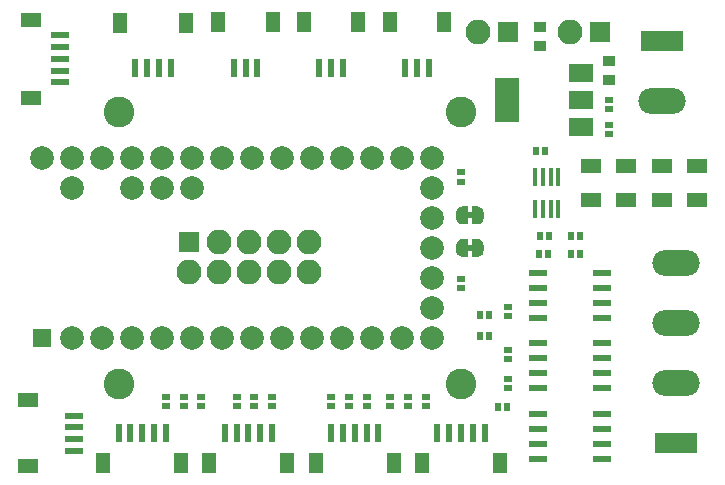
<source format=gts>
G04 #@! TF.GenerationSoftware,KiCad,Pcbnew,5.0.0-rc2-unknown-2cb65f9~65~ubuntu17.10.1*
G04 #@! TF.CreationDate,2018-06-03T21:59:00-07:00*
G04 #@! TF.ProjectId,led_controller,6C65645F636F6E74726F6C6C65722E6B,rev?*
G04 #@! TF.SameCoordinates,Original*
G04 #@! TF.FileFunction,Soldermask,Top*
G04 #@! TF.FilePolarity,Negative*
%FSLAX46Y46*%
G04 Gerber Fmt 4.6, Leading zero omitted, Abs format (unit mm)*
G04 Created by KiCad (PCBNEW 5.0.0-rc2-unknown-2cb65f9~65~ubuntu17.10.1) date Sun Jun  3 21:59:00 2018*
%MOMM*%
%LPD*%
G01*
G04 APERTURE LIST*
%ADD10R,0.575000X0.650000*%
%ADD11R,1.000000X0.820000*%
%ADD12R,0.650000X0.575000*%
%ADD13R,1.200000X1.800000*%
%ADD14R,0.600000X1.550000*%
%ADD15C,2.600000*%
%ADD16R,1.800000X1.220000*%
%ADD17R,1.550000X0.600000*%
%ADD18R,1.800000X1.200000*%
%ADD19R,3.600000X1.800000*%
%ADD20O,4.000000X2.200000*%
%ADD21R,1.700000X1.700000*%
%ADD22O,2.100000X2.100000*%
%ADD23R,0.500000X1.500000*%
%ADD24C,0.100000*%
%ADD25C,1.000000*%
%ADD26R,0.500000X0.600000*%
%ADD27R,2.000000X3.800000*%
%ADD28R,2.000000X1.500000*%
%ADD29C,2.000000*%
%ADD30R,1.600000X1.600000*%
%ADD31R,0.400000X1.560000*%
G04 APERTURE END LIST*
D10*
G04 #@! TO.C,C3*
X144325000Y-112300000D03*
X145100000Y-112300000D03*
G04 #@! TD*
D11*
G04 #@! TO.C,C2*
X144700000Y-101800000D03*
X144700000Y-103400000D03*
G04 #@! TD*
D12*
G04 #@! TO.C,R11*
X138000000Y-123112500D03*
X138000000Y-123887500D03*
G04 #@! TD*
G04 #@! TO.C,R10*
X138000000Y-114112500D03*
X138000000Y-114887500D03*
G04 #@! TD*
D13*
G04 #@! TO.C,J3*
X124700000Y-101375000D03*
X129300000Y-101375000D03*
D14*
X126000000Y-105250000D03*
X127000000Y-105250000D03*
X128000000Y-105250000D03*
G04 #@! TD*
G04 #@! TO.C,J2*
X135250000Y-105250000D03*
X134250000Y-105250000D03*
X133250000Y-105250000D03*
D13*
X136550000Y-101375000D03*
X131950000Y-101375000D03*
G04 #@! TD*
D14*
G04 #@! TO.C,J4*
X120750000Y-105250000D03*
X119750000Y-105250000D03*
X118750000Y-105250000D03*
D13*
X122050000Y-101375000D03*
X117450000Y-101375000D03*
G04 #@! TD*
G04 #@! TO.C,SW4*
X134700000Y-138700000D03*
X141300000Y-138700000D03*
D14*
X136000000Y-136175000D03*
X137000000Y-136175000D03*
X138000000Y-136175000D03*
X139000000Y-136175000D03*
X140000000Y-136175000D03*
G04 #@! TD*
G04 #@! TO.C,SW3*
X131000000Y-136175000D03*
X130000000Y-136175000D03*
X129000000Y-136175000D03*
X128000000Y-136175000D03*
X127000000Y-136175000D03*
D13*
X132300000Y-138700000D03*
X125700000Y-138700000D03*
G04 #@! TD*
G04 #@! TO.C,SW2*
X116700000Y-138700000D03*
X123300000Y-138700000D03*
D14*
X118000000Y-136175000D03*
X119000000Y-136175000D03*
X120000000Y-136175000D03*
X121000000Y-136175000D03*
X122000000Y-136175000D03*
G04 #@! TD*
G04 #@! TO.C,SW1*
X113000000Y-136175000D03*
X112000000Y-136175000D03*
X111000000Y-136175000D03*
X110000000Y-136175000D03*
X109000000Y-136175000D03*
D13*
X114300000Y-138700000D03*
X107700000Y-138700000D03*
G04 #@! TD*
D15*
G04 #@! TO.C,MK3*
X109000000Y-109000000D03*
G04 #@! TD*
G04 #@! TO.C,MK4*
X109000000Y-132000000D03*
G04 #@! TD*
G04 #@! TO.C,MK1*
X138000000Y-132000000D03*
G04 #@! TD*
G04 #@! TO.C,MK2*
X138000000Y-109000000D03*
G04 #@! TD*
D10*
G04 #@! TO.C,R20*
X148087500Y-119500000D03*
X147312500Y-119500000D03*
G04 #@! TD*
G04 #@! TO.C,R19*
X147325000Y-121000000D03*
X148100000Y-121000000D03*
G04 #@! TD*
D12*
G04 #@! TO.C,R18*
X142000000Y-131612500D03*
X142000000Y-132387500D03*
G04 #@! TD*
G04 #@! TO.C,R17*
X142000000Y-129887500D03*
X142000000Y-129112500D03*
G04 #@! TD*
D10*
G04 #@! TO.C,R16*
X141887500Y-134000000D03*
X141112500Y-134000000D03*
G04 #@! TD*
D12*
G04 #@! TO.C,R15*
X142000000Y-126275000D03*
X142000000Y-125500000D03*
G04 #@! TD*
D10*
G04 #@! TO.C,R14*
X140387500Y-128000000D03*
X139612500Y-128000000D03*
G04 #@! TD*
G04 #@! TO.C,R13*
X139612500Y-126190000D03*
X140387500Y-126190000D03*
G04 #@! TD*
D12*
G04 #@! TO.C,R9*
X132000000Y-133112500D03*
X132000000Y-133887500D03*
G04 #@! TD*
G04 #@! TO.C,R8*
X133500000Y-133112500D03*
X133500000Y-133887500D03*
G04 #@! TD*
D10*
G04 #@! TO.C,R21*
X144612500Y-121000000D03*
X145387500Y-121000000D03*
G04 #@! TD*
D12*
G04 #@! TO.C,R7*
X135000000Y-133887500D03*
X135000000Y-133112500D03*
G04 #@! TD*
G04 #@! TO.C,R1*
X116000000Y-133112500D03*
X116000000Y-133887500D03*
G04 #@! TD*
G04 #@! TO.C,R2*
X114500000Y-133887500D03*
X114500000Y-133112500D03*
G04 #@! TD*
G04 #@! TO.C,R3*
X122000000Y-133112500D03*
X122000000Y-133887500D03*
G04 #@! TD*
G04 #@! TO.C,R4*
X120500000Y-133887500D03*
X120500000Y-133112500D03*
G04 #@! TD*
G04 #@! TO.C,R5*
X130000000Y-133112500D03*
X130000000Y-133887500D03*
G04 #@! TD*
G04 #@! TO.C,R6*
X128500000Y-133887500D03*
X128500000Y-133112500D03*
G04 #@! TD*
G04 #@! TO.C,R27*
X127000000Y-133112500D03*
X127000000Y-133887500D03*
G04 #@! TD*
G04 #@! TO.C,R26*
X119000000Y-133887500D03*
X119000000Y-133112500D03*
G04 #@! TD*
G04 #@! TO.C,R25*
X113000000Y-133112500D03*
X113000000Y-133887500D03*
G04 #@! TD*
G04 #@! TO.C,R24*
X150500000Y-110112500D03*
X150500000Y-110887500D03*
G04 #@! TD*
G04 #@! TO.C,R23*
X150500000Y-108775000D03*
X150500000Y-108000000D03*
G04 #@! TD*
D10*
G04 #@! TO.C,R22*
X145417500Y-119500000D03*
X144642500Y-119500000D03*
G04 #@! TD*
D16*
G04 #@! TO.C,R30*
X158000000Y-116430000D03*
X158000000Y-113570000D03*
G04 #@! TD*
G04 #@! TO.C,R12*
X149000000Y-113570000D03*
X149000000Y-116430000D03*
G04 #@! TD*
G04 #@! TO.C,R28*
X155000000Y-116430000D03*
X155000000Y-113570000D03*
G04 #@! TD*
G04 #@! TO.C,R29*
X152000000Y-113570000D03*
X152000000Y-116430000D03*
G04 #@! TD*
D11*
G04 #@! TO.C,C1*
X150500000Y-104700000D03*
X150500000Y-106300000D03*
G04 #@! TD*
D17*
G04 #@! TO.C,J7*
X104075000Y-106500000D03*
X104075000Y-105500000D03*
X104075000Y-104500000D03*
X104075000Y-103500000D03*
X104075000Y-102500000D03*
D18*
X101550000Y-107800000D03*
X101550000Y-101200000D03*
G04 #@! TD*
G04 #@! TO.C,J9*
X101325000Y-139000000D03*
X101325000Y-133400000D03*
D17*
X105200000Y-137700000D03*
X105200000Y-136700000D03*
X105200000Y-135700000D03*
X105200000Y-134700000D03*
G04 #@! TD*
D14*
G04 #@! TO.C,J5*
X113400000Y-105300000D03*
X112400000Y-105300000D03*
X111400000Y-105300000D03*
X110400000Y-105300000D03*
D13*
X114700000Y-101425000D03*
X109100000Y-101425000D03*
G04 #@! TD*
D19*
G04 #@! TO.C,J1*
X155000000Y-103000000D03*
D20*
X155000000Y-108080000D03*
G04 #@! TD*
D19*
G04 #@! TO.C,J10*
X156210000Y-137000000D03*
D20*
X156210000Y-131920000D03*
X156210000Y-126840000D03*
X156210000Y-121760000D03*
G04 #@! TD*
D21*
G04 #@! TO.C,J6*
X115000000Y-120000000D03*
D22*
X115000000Y-122540000D03*
X117540000Y-120000000D03*
X117540000Y-122540000D03*
X120080000Y-120000000D03*
X120080000Y-122540000D03*
X122620000Y-120000000D03*
X122620000Y-122540000D03*
X125160000Y-120000000D03*
X125160000Y-122540000D03*
G04 #@! TD*
D21*
G04 #@! TO.C,SW5*
X149800000Y-102200000D03*
D22*
X147260000Y-102200000D03*
G04 #@! TD*
D23*
G04 #@! TO.C,JP2*
X138350000Y-117750000D03*
X139150000Y-117750000D03*
D24*
G36*
X139449010Y-117002408D02*
X139497546Y-117009607D01*
X139545143Y-117021530D01*
X139591343Y-117038060D01*
X139635699Y-117059039D01*
X139677786Y-117084265D01*
X139717198Y-117113495D01*
X139753554Y-117146447D01*
X139786506Y-117182803D01*
X139815736Y-117222215D01*
X139840962Y-117264302D01*
X139861941Y-117308658D01*
X139878471Y-117354858D01*
X139890394Y-117402455D01*
X139897593Y-117450991D01*
X139900001Y-117500000D01*
X139900001Y-118000000D01*
X139897593Y-118049009D01*
X139890394Y-118097545D01*
X139878471Y-118145142D01*
X139861941Y-118191342D01*
X139840962Y-118235698D01*
X139815736Y-118277785D01*
X139786506Y-118317197D01*
X139753554Y-118353553D01*
X139717198Y-118386505D01*
X139677786Y-118415735D01*
X139635699Y-118440961D01*
X139591343Y-118461940D01*
X139545143Y-118478470D01*
X139497546Y-118490393D01*
X139449010Y-118497592D01*
X139400001Y-118500000D01*
X139399999Y-118500000D01*
X139350990Y-118497592D01*
X139302454Y-118490393D01*
X139254857Y-118478470D01*
X139208657Y-118461940D01*
X139164301Y-118440961D01*
X139122214Y-118415735D01*
X139082802Y-118386505D01*
X139046446Y-118353553D01*
X139013494Y-118317197D01*
X138984264Y-118277785D01*
X138959038Y-118235698D01*
X138938059Y-118191342D01*
X138921529Y-118145142D01*
X138909606Y-118097545D01*
X138902407Y-118049009D01*
X138899999Y-118000000D01*
X138899999Y-117500000D01*
X138902407Y-117450991D01*
X138909606Y-117402455D01*
X138921529Y-117354858D01*
X138938059Y-117308658D01*
X138959038Y-117264302D01*
X138984264Y-117222215D01*
X139013494Y-117182803D01*
X139046446Y-117146447D01*
X139082802Y-117113495D01*
X139122214Y-117084265D01*
X139164301Y-117059039D01*
X139208657Y-117038060D01*
X139254857Y-117021530D01*
X139302454Y-117009607D01*
X139350990Y-117002408D01*
X139399999Y-117000000D01*
X139400001Y-117000000D01*
X139449010Y-117002408D01*
X139449010Y-117002408D01*
G37*
D25*
X139400000Y-117750000D03*
D24*
G36*
X138149010Y-117002408D02*
X138197546Y-117009607D01*
X138245143Y-117021530D01*
X138291343Y-117038060D01*
X138335699Y-117059039D01*
X138377786Y-117084265D01*
X138417198Y-117113495D01*
X138453554Y-117146447D01*
X138486506Y-117182803D01*
X138515736Y-117222215D01*
X138540962Y-117264302D01*
X138561941Y-117308658D01*
X138578471Y-117354858D01*
X138590394Y-117402455D01*
X138597593Y-117450991D01*
X138600001Y-117500000D01*
X138600001Y-118000000D01*
X138597593Y-118049009D01*
X138590394Y-118097545D01*
X138578471Y-118145142D01*
X138561941Y-118191342D01*
X138540962Y-118235698D01*
X138515736Y-118277785D01*
X138486506Y-118317197D01*
X138453554Y-118353553D01*
X138417198Y-118386505D01*
X138377786Y-118415735D01*
X138335699Y-118440961D01*
X138291343Y-118461940D01*
X138245143Y-118478470D01*
X138197546Y-118490393D01*
X138149010Y-118497592D01*
X138100001Y-118500000D01*
X138099999Y-118500000D01*
X138050990Y-118497592D01*
X138002454Y-118490393D01*
X137954857Y-118478470D01*
X137908657Y-118461940D01*
X137864301Y-118440961D01*
X137822214Y-118415735D01*
X137782802Y-118386505D01*
X137746446Y-118353553D01*
X137713494Y-118317197D01*
X137684264Y-118277785D01*
X137659038Y-118235698D01*
X137638059Y-118191342D01*
X137621529Y-118145142D01*
X137609606Y-118097545D01*
X137602407Y-118049009D01*
X137599999Y-118000000D01*
X137599999Y-117500000D01*
X137602407Y-117450991D01*
X137609606Y-117402455D01*
X137621529Y-117354858D01*
X137638059Y-117308658D01*
X137659038Y-117264302D01*
X137684264Y-117222215D01*
X137713494Y-117182803D01*
X137746446Y-117146447D01*
X137782802Y-117113495D01*
X137822214Y-117084265D01*
X137864301Y-117059039D01*
X137908657Y-117038060D01*
X137954857Y-117021530D01*
X138002454Y-117009607D01*
X138050990Y-117002408D01*
X138099999Y-117000000D01*
X138100001Y-117000000D01*
X138149010Y-117002408D01*
X138149010Y-117002408D01*
G37*
D25*
X138100000Y-117750000D03*
D26*
X138750000Y-117750000D03*
G04 #@! TD*
G04 #@! TO.C,JP1*
X138750000Y-120500000D03*
D24*
G36*
X138149010Y-119752408D02*
X138197546Y-119759607D01*
X138245143Y-119771530D01*
X138291343Y-119788060D01*
X138335699Y-119809039D01*
X138377786Y-119834265D01*
X138417198Y-119863495D01*
X138453554Y-119896447D01*
X138486506Y-119932803D01*
X138515736Y-119972215D01*
X138540962Y-120014302D01*
X138561941Y-120058658D01*
X138578471Y-120104858D01*
X138590394Y-120152455D01*
X138597593Y-120200991D01*
X138600001Y-120250000D01*
X138600001Y-120750000D01*
X138597593Y-120799009D01*
X138590394Y-120847545D01*
X138578471Y-120895142D01*
X138561941Y-120941342D01*
X138540962Y-120985698D01*
X138515736Y-121027785D01*
X138486506Y-121067197D01*
X138453554Y-121103553D01*
X138417198Y-121136505D01*
X138377786Y-121165735D01*
X138335699Y-121190961D01*
X138291343Y-121211940D01*
X138245143Y-121228470D01*
X138197546Y-121240393D01*
X138149010Y-121247592D01*
X138100001Y-121250000D01*
X138099999Y-121250000D01*
X138050990Y-121247592D01*
X138002454Y-121240393D01*
X137954857Y-121228470D01*
X137908657Y-121211940D01*
X137864301Y-121190961D01*
X137822214Y-121165735D01*
X137782802Y-121136505D01*
X137746446Y-121103553D01*
X137713494Y-121067197D01*
X137684264Y-121027785D01*
X137659038Y-120985698D01*
X137638059Y-120941342D01*
X137621529Y-120895142D01*
X137609606Y-120847545D01*
X137602407Y-120799009D01*
X137599999Y-120750000D01*
X137599999Y-120250000D01*
X137602407Y-120200991D01*
X137609606Y-120152455D01*
X137621529Y-120104858D01*
X137638059Y-120058658D01*
X137659038Y-120014302D01*
X137684264Y-119972215D01*
X137713494Y-119932803D01*
X137746446Y-119896447D01*
X137782802Y-119863495D01*
X137822214Y-119834265D01*
X137864301Y-119809039D01*
X137908657Y-119788060D01*
X137954857Y-119771530D01*
X138002454Y-119759607D01*
X138050990Y-119752408D01*
X138099999Y-119750000D01*
X138100001Y-119750000D01*
X138149010Y-119752408D01*
X138149010Y-119752408D01*
G37*
D25*
X138100000Y-120500000D03*
D24*
G36*
X139449010Y-119752408D02*
X139497546Y-119759607D01*
X139545143Y-119771530D01*
X139591343Y-119788060D01*
X139635699Y-119809039D01*
X139677786Y-119834265D01*
X139717198Y-119863495D01*
X139753554Y-119896447D01*
X139786506Y-119932803D01*
X139815736Y-119972215D01*
X139840962Y-120014302D01*
X139861941Y-120058658D01*
X139878471Y-120104858D01*
X139890394Y-120152455D01*
X139897593Y-120200991D01*
X139900001Y-120250000D01*
X139900001Y-120750000D01*
X139897593Y-120799009D01*
X139890394Y-120847545D01*
X139878471Y-120895142D01*
X139861941Y-120941342D01*
X139840962Y-120985698D01*
X139815736Y-121027785D01*
X139786506Y-121067197D01*
X139753554Y-121103553D01*
X139717198Y-121136505D01*
X139677786Y-121165735D01*
X139635699Y-121190961D01*
X139591343Y-121211940D01*
X139545143Y-121228470D01*
X139497546Y-121240393D01*
X139449010Y-121247592D01*
X139400001Y-121250000D01*
X139399999Y-121250000D01*
X139350990Y-121247592D01*
X139302454Y-121240393D01*
X139254857Y-121228470D01*
X139208657Y-121211940D01*
X139164301Y-121190961D01*
X139122214Y-121165735D01*
X139082802Y-121136505D01*
X139046446Y-121103553D01*
X139013494Y-121067197D01*
X138984264Y-121027785D01*
X138959038Y-120985698D01*
X138938059Y-120941342D01*
X138921529Y-120895142D01*
X138909606Y-120847545D01*
X138902407Y-120799009D01*
X138899999Y-120750000D01*
X138899999Y-120250000D01*
X138902407Y-120200991D01*
X138909606Y-120152455D01*
X138921529Y-120104858D01*
X138938059Y-120058658D01*
X138959038Y-120014302D01*
X138984264Y-119972215D01*
X139013494Y-119932803D01*
X139046446Y-119896447D01*
X139082802Y-119863495D01*
X139122214Y-119834265D01*
X139164301Y-119809039D01*
X139208657Y-119788060D01*
X139254857Y-119771530D01*
X139302454Y-119759607D01*
X139350990Y-119752408D01*
X139399999Y-119750000D01*
X139400001Y-119750000D01*
X139449010Y-119752408D01*
X139449010Y-119752408D01*
G37*
D25*
X139400000Y-120500000D03*
D23*
X139150000Y-120500000D03*
X138350000Y-120500000D03*
G04 #@! TD*
D27*
G04 #@! TO.C,U1*
X141850000Y-108000000D03*
D28*
X148150000Y-108000000D03*
X148150000Y-105700000D03*
X148150000Y-110300000D03*
G04 #@! TD*
D29*
G04 #@! TO.C,U2*
X135510000Y-120500000D03*
X135510000Y-117960000D03*
X135510000Y-115420001D03*
X135510000Y-112880000D03*
X135510000Y-123040000D03*
X135510000Y-125579999D03*
X135510000Y-128120000D03*
X132970000Y-112880000D03*
X130430000Y-112880000D03*
X127890000Y-112880000D03*
X125350000Y-112880000D03*
X122810000Y-112880000D03*
X120270000Y-112880000D03*
X117730000Y-112880000D03*
X115190000Y-112880000D03*
X112650000Y-112880000D03*
X110110000Y-112880000D03*
X107570000Y-112880000D03*
X105030000Y-112880000D03*
X102490000Y-112880000D03*
X105030000Y-115420000D03*
X110110000Y-115420000D03*
X112649999Y-115420000D03*
X115190000Y-115420000D03*
X132970000Y-128120000D03*
X130430000Y-128120000D03*
X127890000Y-128120000D03*
X125350000Y-128120000D03*
X122810000Y-128120000D03*
X120270000Y-128120000D03*
X117730000Y-128120000D03*
X115190000Y-128120000D03*
X112650000Y-128120000D03*
X110110000Y-128120000D03*
X107570000Y-128120000D03*
X105030000Y-128120000D03*
D30*
X102490000Y-128120000D03*
G04 #@! TD*
D22*
G04 #@! TO.C,J8*
X139460000Y-102200000D03*
D21*
X142000000Y-102200000D03*
G04 #@! TD*
D17*
G04 #@! TO.C,Q1*
X149950000Y-122595000D03*
X149950000Y-123865000D03*
X149950000Y-125135000D03*
X149950000Y-126405000D03*
X144550000Y-126405000D03*
X144550000Y-125135000D03*
X144550000Y-123865000D03*
X144550000Y-122595000D03*
G04 #@! TD*
G04 #@! TO.C,Q2*
X144550000Y-128595000D03*
X144550000Y-129865000D03*
X144550000Y-131135000D03*
X144550000Y-132405000D03*
X149950000Y-132405000D03*
X149950000Y-131135000D03*
X149950000Y-129865000D03*
X149950000Y-128595000D03*
G04 #@! TD*
G04 #@! TO.C,Q3*
X149950000Y-134595000D03*
X149950000Y-135865000D03*
X149950000Y-137135000D03*
X149950000Y-138405000D03*
X144550000Y-138405000D03*
X144550000Y-137135000D03*
X144550000Y-135865000D03*
X144550000Y-134595000D03*
G04 #@! TD*
D31*
G04 #@! TO.C,U3*
X146239557Y-117200000D03*
X145589557Y-117200000D03*
X144929557Y-117200000D03*
X144279557Y-117200000D03*
X144279557Y-114500000D03*
X144929557Y-114500000D03*
X145589557Y-114500000D03*
X146239557Y-114500000D03*
G04 #@! TD*
M02*

</source>
